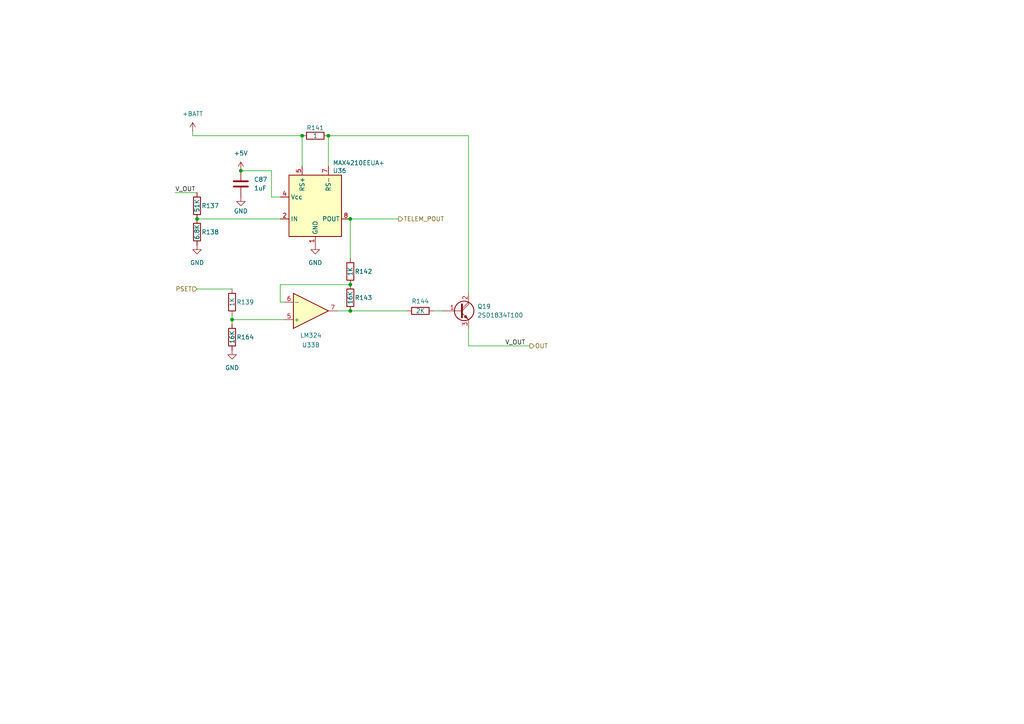
<source format=kicad_sch>
(kicad_sch (version 20231120) (generator "eeschema") (generator_version "8.0")
  (paper "A4")
  (lib_symbols
    (symbol "Amplifier_Operational:LM324" (pin_names (offset 0.127))
      (property "Reference" "U" (at 0 5.08 0))
      (property "Value" "LM324" (at 0 -5.08 0))
      (symbol "LM324_1_1"
        (polyline (pts (xy -5.08 5.08) (xy 5.08 0) (xy -5.08 -5.08) (xy -5.08 5.08)) (stroke (width 0.254)) (fill (type background)))
        (pin output line (at 7.62 0 180) (length 2.54) (name "~") (number "1"))
        (pin input line (at -7.62 -2.54 0) (length 2.54) (name "-") (number "2"))
        (pin input line (at -7.62 2.54 0) (length 2.54) (name "+") (number "3"))
      )
      (symbol "LM324_2_1"
        (polyline (pts (xy -5.08 5.08) (xy 5.08 0) (xy -5.08 -5.08) (xy -5.08 5.08)) (stroke (width 0.254)) (fill (type background)))
        (pin input line (at -7.62 2.54 0) (length 2.54) (name "+") (number "5"))
        (pin input line (at -7.62 -2.54 0) (length 2.54) (name "-") (number "6"))
        (pin output line (at 7.62 0 180) (length 2.54) (name "~") (number "7"))
      )
      (symbol "LM324_3_1"
        (polyline (pts (xy -5.08 5.08) (xy 5.08 0) (xy -5.08 -5.08) (xy -5.08 5.08)) (stroke (width 0.254)) (fill (type background)))
        (pin input line (at -7.62 2.54 0) (length 2.54) (name "+") (number "10"))
        (pin output line (at 7.62 0 180) (length 2.54) (name "~") (number "8"))
        (pin input line (at -7.62 -2.54 0) (length 2.54) (name "-") (number "9"))
      )
      (symbol "LM324_4_1"
        (polyline (pts (xy -5.08 5.08) (xy 5.08 0) (xy -5.08 -5.08) (xy -5.08 5.08)) (stroke (width 0.254)) (fill (type background)))
        (pin input line (at -7.62 2.54 0) (length 2.54) (name "+") (number "12"))
        (pin input line (at -7.62 -2.54 0) (length 2.54) (name "-") (number "13"))
        (pin output line (at 7.62 0 180) (length 2.54) (name "~") (number "14"))
      )
      (symbol "LM324_5_1"
        (pin power_in line (at -2.54 -7.62 90) (length 3.81) (name "V-") (number "11"))
        (pin power_in line (at -2.54 7.62 270) (length 3.81) (name "V+") (number "4"))
      )
    )
    (symbol "Device:C" (pin_numbers hide) (pin_names (offset 0.254))
      (property "Reference" "C" (at 0.635 2.54 0))
      (property "Value" "C" (at 0.635 -2.54 0))
      (symbol "C_0_1"
        (polyline (pts (xy -2.032 -0.762) (xy 2.032 -0.762)) (stroke (width 0.508)))
        (polyline (pts (xy -2.032 0.762) (xy 2.032 0.762)) (stroke (width 0.508)))
      )
      (symbol "C_1_1"
        (pin passive line (at 0 3.81 270) (length 2.794) (name "~") (number "1"))
        (pin passive line (at 0 -3.81 90) (length 2.794) (name "~") (number "2"))
      )
    )
    (symbol "Device:Q_NPN_Darlington_BCE" (pin_names (offset 0) hide)
      (property "Reference" "Q" (at 4.572 1.27 0))
      (property "Value" "Q_NPN_Darlington_BCE" (at 4.572 -1.27 0))
      (symbol "Q_NPN_Darlington_BCE_0_1"
        (polyline (pts (xy 0.635 0.635) (xy 2.54 2.54)))
        (polyline (pts (xy 0.635 -0.635) (xy 2.54 -2.54) (xy 2.54 -2.54)))
        (polyline (pts (xy 0.635 0) (xy 2.54 1.905) (xy 2.54 2.54)))
        (polyline (pts (xy 0.635 1.905) (xy 0.635 -1.905) (xy 0.635 -1.905)) (stroke (width 0.508)))
        (polyline (pts (xy 1.27 -1.778) (xy 1.778 -1.27) (xy 2.286 -2.286) (xy 1.27 -1.778) (xy 1.27 -1.778)) (fill (type outline)))
        (circle (center 1.27 0) (radius 2.8194) (stroke (width 0.254)))
      )
      (symbol "Q_NPN_Darlington_BCE_1_1"
        (pin input line (at -5.08 0 0) (length 5.715) (name "B") (number "1"))
        (pin passive line (at 2.54 5.08 270) (length 2.54) (name "C") (number "2"))
        (pin passive line (at 2.54 -5.08 90) (length 2.54) (name "E") (number "3"))
      )
    )
    (symbol "Device:R" (pin_numbers hide) (pin_names (offset 0))
      (property "Reference" "R" (at 2.032 0 90))
      (property "Value" "R" (at 0 0 90))
      (symbol "R_0_1"
        (rectangle (start -1.016 -2.54) (end 1.016 2.54) (stroke (width 0.254)))
      )
      (symbol "R_1_1"
        (pin passive line (at 0 3.81 270) (length 1.27) (name "~") (number "1"))
        (pin passive line (at 0 -3.81 90) (length 1.27) (name "~") (number "2"))
      )
    )
    (symbol "femta-control-custom:MAX4210"
      (property "Reference" "U" (at 5.08 -1.27 0))
      (property "Value" "MAX4210EEUA+" (at 5.08 1.016 0))
      (symbol "MAX4210_1_1"
        (rectangle (start -7.62 -2.54) (end 7.62 -20.32) (stroke (width 0.254)) (fill (type background)))
        (pin input line (at 0 -22.86 90) (length 2.54) (name "GND") (number "1"))
        (pin input line (at -10.16 -15.24 0) (length 2.54) (name "IN") (number "2"))
        (pin no_connect line (at 10.16 -8.89 180) (length 2.54) hide (name "NC") (number "3"))
        (pin input line (at -10.16 -8.89 0) (length 2.54) (name "Vcc") (number "4"))
        (pin input line (at -3.81 0 270) (length 2.54) (name "RS+") (number "5"))
        (pin no_connect line (at 10.16 -8.89 180) (length 2.54) hide (name "NC") (number "6"))
        (pin input line (at 3.81 0 270) (length 2.54) (name "RS-") (number "7"))
        (pin input line (at 10.16 -15.24 180) (length 2.54) (name "POUT") (number "8"))
      )
    )
    (symbol "power:+5V" (power) (pin_numbers hide) (pin_names (offset 0) hide)
      (property "Value" "+5V" (at 0 3.556 0))
      (symbol "+5V_0_1"
        (polyline (pts (xy -0.762 1.27) (xy 0 2.54)))
        (polyline (pts (xy 0 0) (xy 0 2.54)))
        (polyline (pts (xy 0 2.54) (xy 0.762 1.27)))
      )
      (symbol "+5V_1_1"
        (pin power_in line (at 0 0 90) (length 0) (name "~") (number "1"))
      )
    )
    (symbol "power:+BATT" (power) (pin_numbers hide) (pin_names (offset 0) hide)
      (property "Value" "+BATT" (at 0 3.556 0))
      (symbol "+BATT_0_1"
        (polyline (pts (xy -0.762 1.27) (xy 0 2.54)))
        (polyline (pts (xy 0 0) (xy 0 2.54)))
        (polyline (pts (xy 0 2.54) (xy 0.762 1.27)))
      )
      (symbol "+BATT_1_1"
        (pin power_in line (at 0 0 90) (length 0) (name "~") (number "1"))
      )
    )
    (symbol "power:GND" (power) (pin_numbers hide) (pin_names (offset 0) hide)
      (property "Value" "GND" (at 0 -3.81 0))
      (symbol "GND_0_1"
        (polyline (pts (xy 0 0) (xy 0 -1.27) (xy 1.27 -1.27) (xy 0 -2.54) (xy -1.27 -1.27) (xy 0 -1.27)))
      )
      (symbol "GND_1_1"
        (pin power_in line (at 0 0 270) (length 0) (name "~") (number "1"))
      )
    )
  )
  (junction (at 57.15 63.5))
  (junction (at 101.6 90.17))
  (junction (at 101.6 82.55))
  (junction (at 69.85 49.53))
  (junction (at 87.63 39.37))
  (junction (at 95.25 39.37))
  (junction (at 67.31 92.71))
  (junction (at 101.6 63.5))
  (wire (pts (xy 101.6 82.55) (xy 81.28 82.55)))
  (wire (pts (xy 101.6 63.5) (xy 115.57 63.5)))
  (wire (pts (xy 57.15 83.82) (xy 67.31 83.82)))
  (wire (pts (xy 101.6 63.5) (xy 101.6 74.93)))
  (wire (pts (xy 78.74 57.15) (xy 81.28 57.15)))
  (wire (pts (xy 81.28 87.63) (xy 82.55 87.63)))
  (wire (pts (xy 101.6 90.17) (xy 118.11 90.17)))
  (wire (pts (xy 78.74 49.53) (xy 78.74 57.15)))
  (wire (pts (xy 57.15 63.5) (xy 81.28 63.5)))
  (wire (pts (xy 67.31 92.71) (xy 67.31 93.98)))
  (wire (pts (xy 135.89 100.33) (xy 135.89 95.25)))
  (wire (pts (xy 95.25 39.37) (xy 95.25 48.26)))
  (wire (pts (xy 128.27 90.17) (xy 125.73 90.17)))
  (wire (pts (xy 69.85 49.53) (xy 78.74 49.53)))
  (wire (pts (xy 67.31 91.44) (xy 67.31 92.71)))
  (wire (pts (xy 135.89 39.37) (xy 135.89 85.09)))
  (wire (pts (xy 135.89 100.33) (xy 153.67 100.33)))
  (wire (pts (xy 95.25 39.37) (xy 135.89 39.37)))
  (wire (pts (xy 50.8 55.88) (xy 57.15 55.88)))
  (wire (pts (xy 81.28 82.55) (xy 81.28 87.63)))
  (wire (pts (xy 87.63 39.37) (xy 87.63 48.26)))
  (wire (pts (xy 55.88 38.1) (xy 55.88 39.37)))
  (wire (pts (xy 97.79 90.17) (xy 101.6 90.17)))
  (wire (pts (xy 67.31 92.71) (xy 82.55 92.71)))
  (wire (pts (xy 87.63 39.37) (xy 55.88 39.37)))
  (label "V_OUT" (at 152.4 100.33 180))
  (label "V_OUT" (at 50.8 55.88 0))
  (hierarchical_label "TELEM_POUT" (shape output) (at 115.57 63.5 0))
  (hierarchical_label "OUT" (shape output) (at 153.67 100.33 0))
  (hierarchical_label "PSET" (shape input) (at 57.15 83.82 180))
  (symbol (lib_id "Device:R") (at 57.15 59.69 0) (unit 1)
    (property "Reference" "R137" (at 58.42 59.69 0) (effects (justify left)))
    (property "Value" "51K" (at 57.15 59.69 90))
    (property "Description" "Resistor" (effects (hide yes)))
    (instances (project "femta-control" (path "" (reference "R137") (unit 1)) (path "" (reference "R145") (unit 1)) (path "" (reference "R153") (unit 1)) (path "" (reference "R161") (unit 1)) (path "" (reference "R169") (unit 1)) (path "" (reference "R177") (unit 1)) (path "" (reference "R185") (unit 1)) (path "" (reference "R193") (unit 1)) (path "" (reference "R201") (unit 1)) (path "" (reference "R209") (unit 1)) (path "" (reference "R217") (unit 1)) (path "" (reference "R225") (unit 1))))
  )
  (symbol (lib_id "Device:R") (at 101.6 86.36 0) (unit 1)
    (property "Reference" "R143" (at 102.87 86.36 0) (effects (justify left)))
    (property "Value" "16K" (at 101.6 86.36 90))
    (property "Description" "Resistor" (effects (hide yes)))
    (instances (project "femta-control" (path "" (reference "R143") (unit 1)) (path "" (reference "R151") (unit 1)) (path "" (reference "R159") (unit 1)) (path "" (reference "R167") (unit 1)) (path "" (reference "R175") (unit 1)) (path "" (reference "R183") (unit 1)) (path "" (reference "R191") (unit 1)) (path "" (reference "R199") (unit 1)) (path "" (reference "R207") (unit 1)) (path "" (reference "R215") (unit 1)) (path "" (reference "R223") (unit 1)) (path "" (reference "R231") (unit 1))))
  )
  (symbol (lib_id "power:GND") (at 91.44 71.12 0) (unit 1)
    (property "Reference" "#PWR0156" (effects (hide yes)))
    (property "Value" "GND" (at 91.44 76.2 0))
    (property "Description" "Power symbol creates a global label with name \"GND\" , ground" (effects (hide yes)))
    (instances (project "femta-control" (path "" (reference "#PWR0156") (unit 1)) (path "" (reference "#PWR0162") (unit 1)) (path "" (reference "#PWR0168") (unit 1)) (path "" (reference "#PWR0174") (unit 1)) (path "" (reference "#PWR0180") (unit 1)) (path "" (reference "#PWR0186") (unit 1)) (path "" (reference "#PWR0192") (unit 1)) (path "" (reference "#PWR0198") (unit 1)) (path "" (reference "#PWR0204") (unit 1)) (path "" (reference "#PWR0210") (unit 1)) (path "" (reference "#PWR0216") (unit 1)) (path "" (reference "#PWR0222") (unit 1))))
  )
  (symbol (lib_id "Amplifier_Operational:LM324") (at 90.17 90.17 0) (mirror x) (unit 2)
    (property "Reference" "U33" (at 90.17 100.076 0))
    (property "Value" "LM324" (at 90.17 97.282 0))
    (property "Datasheet" "http://www.ti.com/lit/ds/symlink/lm2902-n.pdf" (effects (hide yes)))
    (property "Description" "Low-Power, Quad-Operational Amplifiers, DIP-14/SOIC-14/SSOP-14" (effects (hide yes)))
    (instances (project "femta-control" (path "" (reference "U33") (unit 2)) (path "" (reference "U33") (unit 3)) (path "" (reference "U33") (unit 1)) (path "" (reference "U33") (unit 4)) (path "" (reference "U34") (unit 1)) (path "" (reference "U34") (unit 2)) (path "" (reference "U34") (unit 3)) (path "" (reference "U34") (unit 4)) (path "" (reference "U35") (unit 1)) (path "" (reference "U35") (unit 2)) (path "" (reference "U35") (unit 3)) (path "" (reference "U35") (unit 4))))
  )
  (symbol (lib_id "Device:R") (at 57.15 67.31 0) (unit 1)
    (property "Reference" "R138" (at 58.42 67.31 0) (effects (justify left)))
    (property "Value" "6.8K" (at 57.15 67.31 90))
    (property "Description" "Resistor" (effects (hide yes)))
    (instances (project "femta-control" (path "" (reference "R138") (unit 1)) (path "" (reference "R146") (unit 1)) (path "" (reference "R154") (unit 1)) (path "" (reference "R162") (unit 1)) (path "" (reference "R170") (unit 1)) (path "" (reference "R178") (unit 1)) (path "" (reference "R186") (unit 1)) (path "" (reference "R194") (unit 1)) (path "" (reference "R202") (unit 1)) (path "" (reference "R210") (unit 1)) (path "" (reference "R218") (unit 1)) (path "" (reference "R226") (unit 1))))
  )
  (symbol (lib_id "femta-control-custom:MAX4210") (at 91.44 48.26 0) (unit 1)
    (property "Reference" "U36" (at 96.52 49.53 0) (effects (justify left)))
    (property "Value" "MAX4210EEUA+" (at 96.52 47.244 0) (effects (justify left)))
    (instances (project "femta-control" (path "" (reference "U36") (unit 1)) (path "" (reference "U37") (unit 1)) (path "" (reference "U38") (unit 1)) (path "" (reference "U39") (unit 1)) (path "" (reference "U40") (unit 1)) (path "" (reference "U41") (unit 1)) (path "" (reference "U42") (unit 1)) (path "" (reference "U43") (unit 1)) (path "" (reference "U44") (unit 1)) (path "" (reference "U45") (unit 1)) (path "" (reference "U46") (unit 1)) (path "" (reference "U47") (unit 1))))
  )
  (symbol (lib_id "Device:R") (at 67.31 87.63 0) (unit 1)
    (property "Reference" "R139" (at 68.58 87.63 0) (effects (justify left)))
    (property "Value" "1K" (at 67.31 87.63 90))
    (property "Description" "Resistor" (effects (hide yes)))
    (instances (project "femta-control" (path "" (reference "R139") (unit 1)) (path "" (reference "R147") (unit 1)) (path "" (reference "R155") (unit 1)) (path "" (reference "R163") (unit 1)) (path "" (reference "R171") (unit 1)) (path "" (reference "R179") (unit 1)) (path "" (reference "R187") (unit 1)) (path "" (reference "R195") (unit 1)) (path "" (reference "R203") (unit 1)) (path "" (reference "R211") (unit 1)) (path "" (reference "R219") (unit 1)) (path "" (reference "R227") (unit 1))))
  )
  (symbol (lib_id "power:GND") (at 57.15 71.12 0) (unit 1)
    (property "Reference" "#PWR0152" (effects (hide yes)))
    (property "Value" "GND" (at 57.15 76.2 0))
    (property "Description" "Power symbol creates a global label with name \"GND\" , ground" (effects (hide yes)))
    (instances (project "femta-control" (path "" (reference "#PWR0152") (unit 1)) (path "" (reference "#PWR0158") (unit 1)) (path "" (reference "#PWR0164") (unit 1)) (path "" (reference "#PWR0170") (unit 1)) (path "" (reference "#PWR0176") (unit 1)) (path "" (reference "#PWR0182") (unit 1)) (path "" (reference "#PWR0188") (unit 1)) (path "" (reference "#PWR0194") (unit 1)) (path "" (reference "#PWR0200") (unit 1)) (path "" (reference "#PWR0206") (unit 1)) (path "" (reference "#PWR0212") (unit 1)) (path "" (reference "#PWR0218") (unit 1))))
  )
  (symbol (lib_id "power:+BATT") (at 55.88 38.1 0) (unit 1)
    (property "Reference" "#PWR0169" (effects (hide yes)))
    (property "Value" "+BATT" (at 55.88 33.02 0))
    (property "Description" "Power symbol creates a global label with name \"+BATT\"" (effects (hide yes)))
    (instances (project "femta-control" (path "" (reference "#PWR0169") (unit 1)) (path "" (reference "#PWR0175") (unit 1)) (path "" (reference "#PWR0181") (unit 1)) (path "" (reference "#PWR0187") (unit 1)) (path "" (reference "#PWR0193") (unit 1)) (path "" (reference "#PWR0199") (unit 1)) (path "" (reference "#PWR0205") (unit 1)) (path "" (reference "#PWR0211") (unit 1)) (path "" (reference "#PWR0217") (unit 1)) (path "" (reference "#PWR0151") (unit 1)) (path "" (reference "#PWR0157") (unit 1)) (path "" (reference "#PWR0163") (unit 1))))
  )
  (symbol (lib_id "Device:Q_NPN_Darlington_BCE") (at 133.35 90.17 0) (unit 1)
    (property "Reference" "Q19" (at 138.43 88.8999 0) (effects (justify left)))
    (property "Value" "2SD1834T100" (at 138.43 91.4399 0) (effects (justify left)))
    (property "Footprint" "Package_TO_SOT_SMD:SOT-89-3" (effects (hide yes)))
    (property "Description" "NPN Darlington transistor, base/collector/emitter" (effects (hide yes)))
    (instances (project "femta-control" (path "" (reference "Q19") (unit 1)) (path "" (reference "Q20") (unit 1)) (path "" (reference "Q21") (unit 1)) (path "" (reference "Q22") (unit 1)) (path "" (reference "Q23") (unit 1)) (path "" (reference "Q24") (unit 1)) (path "" (reference "Q25") (unit 1)) (path "" (reference "Q26") (unit 1)) (path "" (reference "Q27") (unit 1)) (path "" (reference "Q28") (unit 1)) (path "" (reference "Q29") (unit 1)) (path "" (reference "Q30") (unit 1))))
  )
  (symbol (lib_id "Device:R") (at 121.92 90.17 90) (unit 1)
    (property "Reference" "R144" (at 121.92 87.376 90))
    (property "Value" "2K" (at 121.92 90.17 90))
    (property "Description" "Resistor" (effects (hide yes)))
    (instances (project "femta-control" (path "" (reference "R144") (unit 1)) (path "" (reference "R152") (unit 1)) (path "" (reference "R160") (unit 1)) (path "" (reference "R168") (unit 1)) (path "" (reference "R176") (unit 1)) (path "" (reference "R184") (unit 1)) (path "" (reference "R192") (unit 1)) (path "" (reference "R200") (unit 1)) (path "" (reference "R208") (unit 1)) (path "" (reference "R216") (unit 1)) (path "" (reference "R224") (unit 1)) (path "" (reference "R232") (unit 1))))
  )
  (symbol (lib_id "power:GND") (at 69.85 57.15 0) (unit 1)
    (property "Reference" "#PWR0155" (effects (hide yes)))
    (property "Value" "GND" (at 69.85 61.214 0))
    (property "Description" "Power symbol creates a global label with name \"GND\" , ground" (effects (hide yes)))
    (instances (project "femta-control" (path "" (reference "#PWR0155") (unit 1)) (path "" (reference "#PWR0161") (unit 1)) (path "" (reference "#PWR0167") (unit 1)) (path "" (reference "#PWR0173") (unit 1)) (path "" (reference "#PWR0179") (unit 1)) (path "" (reference "#PWR0185") (unit 1)) (path "" (reference "#PWR0191") (unit 1)) (path "" (reference "#PWR0197") (unit 1)) (path "" (reference "#PWR0203") (unit 1)) (path "" (reference "#PWR0209") (unit 1)) (path "" (reference "#PWR0215") (unit 1)) (path "" (reference "#PWR0221") (unit 1))))
  )
  (symbol (lib_id "Device:R") (at 101.6 78.74 0) (unit 1)
    (property "Reference" "R142" (at 102.87 78.74 0) (effects (justify left)))
    (property "Value" "1K" (at 101.6 78.74 90))
    (property "Description" "Resistor" (effects (hide yes)))
    (instances (project "femta-control" (path "" (reference "R142") (unit 1)) (path "" (reference "R150") (unit 1)) (path "" (reference "R158") (unit 1)) (path "" (reference "R166") (unit 1)) (path "" (reference "R174") (unit 1)) (path "" (reference "R182") (unit 1)) (path "" (reference "R190") (unit 1)) (path "" (reference "R198") (unit 1)) (path "" (reference "R206") (unit 1)) (path "" (reference "R214") (unit 1)) (path "" (reference "R222") (unit 1)) (path "" (reference "R230") (unit 1))))
  )
  (symbol (lib_id "Device:R") (at 91.44 39.37 90) (unit 1)
    (property "Reference" "R141" (at 91.44 37.084 90))
    (property "Value" "1" (at 91.44 39.37 90))
    (property "Description" "Resistor" (effects (hide yes)))
    (instances (project "femta-control" (path "" (reference "R141") (unit 1)) (path "" (reference "R149") (unit 1)) (path "" (reference "R157") (unit 1)) (path "" (reference "R165") (unit 1)) (path "" (reference "R173") (unit 1)) (path "" (reference "R181") (unit 1)) (path "" (reference "R189") (unit 1)) (path "" (reference "R197") (unit 1)) (path "" (reference "R205") (unit 1)) (path "" (reference "R213") (unit 1)) (path "" (reference "R221") (unit 1)) (path "" (reference "R229") (unit 1))))
  )
  (symbol (lib_id "power:+5V") (at 69.85 49.53 0) (unit 1)
    (property "Reference" "#PWR0172" (effects (hide yes)))
    (property "Value" "+5V" (at 69.85 44.45 0))
    (property "Description" "Power symbol creates a global label with name \"+5V\"" (effects (hide yes)))
    (instances (project "femta-control" (path "" (reference "#PWR0172") (unit 1)) (path "" (reference "#PWR0178") (unit 1)) (path "" (reference "#PWR0184") (unit 1)) (path "" (reference "#PWR0190") (unit 1)) (path "" (reference "#PWR0196") (unit 1)) (path "" (reference "#PWR0202") (unit 1)) (path "" (reference "#PWR0208") (unit 1)) (path "" (reference "#PWR0214") (unit 1)) (path "" (reference "#PWR0220") (unit 1)) (path "" (reference "#PWR0154") (unit 1)) (path "" (reference "#PWR0160") (unit 1)) (path "" (reference "#PWR0166") (unit 1))))
  )
  (symbol (lib_id "Device:R") (at 67.31 97.79 0) (unit 1)
    (property "Reference" "R164" (at 68.58 97.79 0) (effects (justify left)))
    (property "Value" "16K" (at 67.31 97.79 90))
    (property "Description" "Resistor" (effects (hide yes)))
    (instances (project "femta-control" (path "" (reference "R164") (unit 1)) (path "" (reference "R172") (unit 1)) (path "" (reference "R180") (unit 1)) (path "" (reference "R188") (unit 1)) (path "" (reference "R196") (unit 1)) (path "" (reference "R204") (unit 1)) (path "" (reference "R212") (unit 1)) (path "" (reference "R220") (unit 1)) (path "" (reference "R228") (unit 1)) (path "" (reference "R140") (unit 1)) (path "" (reference "R148") (unit 1)) (path "" (reference "R156") (unit 1))))
  )
  (symbol (lib_id "Device:C") (at 69.85 53.34 0) (unit 1)
    (property "Reference" "C87" (at 73.66 52.0699 0) (effects (justify left)))
    (property "Value" "1uF" (at 73.66 54.6099 0) (effects (justify left)))
    (property "Description" "Unpolarized capacitor" (effects (hide yes)))
    (instances (project "femta-control" (path "" (reference "C87") (unit 1)) (path "" (reference "C88") (unit 1)) (path "" (reference "C89") (unit 1)) (path "" (reference "C90") (unit 1)) (path "" (reference "C91") (unit 1)) (path "" (reference "C92") (unit 1)) (path "" (reference "C93") (unit 1)) (path "" (reference "C94") (unit 1)) (path "" (reference "C95") (unit 1)) (path "" (reference "C84") (unit 1)) (path "" (reference "C85") (unit 1)) (path "" (reference "C86") (unit 1))))
  )
  (symbol (lib_id "power:GND") (at 67.31 101.6 0) (unit 1)
    (property "Reference" "#PWR0171" (effects (hide yes)))
    (property "Value" "GND" (at 67.31 106.68 0))
    (property "Description" "Power symbol creates a global label with name \"GND\" , ground" (effects (hide yes)))
    (instances (project "femta-control" (path "" (reference "#PWR0171") (unit 1)) (path "" (reference "#PWR0177") (unit 1)) (path "" (reference "#PWR0183") (unit 1)) (path "" (reference "#PWR0189") (unit 1)) (path "" (reference "#PWR0195") (unit 1)) (path "" (reference "#PWR0201") (unit 1)) (path "" (reference "#PWR0207") (unit 1)) (path "" (reference "#PWR0213") (unit 1)) (path "" (reference "#PWR0219") (unit 1)) (path "" (reference "#PWR0153") (unit 1)) (path "" (reference "#PWR0159") (unit 1)) (path "" (reference "#PWR0165") (unit 1))))
  )
)
</source>
